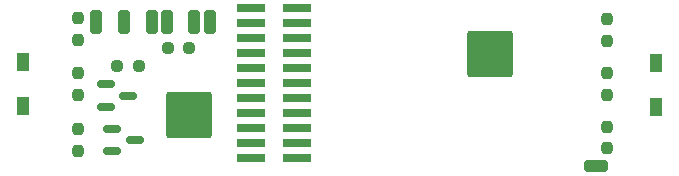
<source format=gbr>
%TF.GenerationSoftware,KiCad,Pcbnew,7.0.1*%
%TF.CreationDate,2023-06-14T02:20:09+09:00*%
%TF.ProjectId,dcc-adapter-board-kato-1.310-21mtc,6463632d-6164-4617-9074-65722d626f61,rev?*%
%TF.SameCoordinates,Original*%
%TF.FileFunction,Soldermask,Top*%
%TF.FilePolarity,Negative*%
%FSLAX46Y46*%
G04 Gerber Fmt 4.6, Leading zero omitted, Abs format (unit mm)*
G04 Created by KiCad (PCBNEW 7.0.1) date 2023-06-14 02:20:09*
%MOMM*%
%LPD*%
G01*
G04 APERTURE LIST*
G04 Aperture macros list*
%AMRoundRect*
0 Rectangle with rounded corners*
0 $1 Rounding radius*
0 $2 $3 $4 $5 $6 $7 $8 $9 X,Y pos of 4 corners*
0 Add a 4 corners polygon primitive as box body*
4,1,4,$2,$3,$4,$5,$6,$7,$8,$9,$2,$3,0*
0 Add four circle primitives for the rounded corners*
1,1,$1+$1,$2,$3*
1,1,$1+$1,$4,$5*
1,1,$1+$1,$6,$7*
1,1,$1+$1,$8,$9*
0 Add four rect primitives between the rounded corners*
20,1,$1+$1,$2,$3,$4,$5,0*
20,1,$1+$1,$4,$5,$6,$7,0*
20,1,$1+$1,$6,$7,$8,$9,0*
20,1,$1+$1,$8,$9,$2,$3,0*%
G04 Aperture macros list end*
%ADD10R,2.400000X0.740000*%
%ADD11RoundRect,0.237500X0.237500X-0.250000X0.237500X0.250000X-0.237500X0.250000X-0.237500X-0.250000X0*%
%ADD12RoundRect,0.250000X-0.250000X-0.750000X0.250000X-0.750000X0.250000X0.750000X-0.250000X0.750000X0*%
%ADD13RoundRect,0.250002X-1.699998X-1.699998X1.699998X-1.699998X1.699998X1.699998X-1.699998X1.699998X0*%
%ADD14RoundRect,0.203704X-0.346296X0.596296X-0.346296X-0.596296X0.346296X-0.596296X0.346296X0.596296X0*%
%ADD15RoundRect,0.237500X0.250000X0.237500X-0.250000X0.237500X-0.250000X-0.237500X0.250000X-0.237500X0*%
%ADD16RoundRect,0.250000X0.750000X-0.250000X0.750000X0.250000X-0.750000X0.250000X-0.750000X-0.250000X0*%
%ADD17RoundRect,0.203704X0.346296X-0.596296X0.346296X0.596296X-0.346296X0.596296X-0.346296X-0.596296X0*%
%ADD18RoundRect,0.150000X-0.587500X-0.150000X0.587500X-0.150000X0.587500X0.150000X-0.587500X0.150000X0*%
G04 APERTURE END LIST*
D10*
%TO.C,21MTC1*%
X85762000Y-26924000D03*
X85762000Y-28194000D03*
X85762000Y-29464000D03*
X85762000Y-30734000D03*
X85762000Y-32004000D03*
X85762000Y-33274000D03*
X85762000Y-34544000D03*
X85762000Y-35814000D03*
X85762000Y-37084000D03*
X85762000Y-38354000D03*
X85762000Y-39624000D03*
X89662000Y-39624000D03*
X89662000Y-38354000D03*
X89662000Y-37084000D03*
X89662000Y-35814000D03*
X89662000Y-34544000D03*
X89662000Y-33274000D03*
X89662000Y-32004000D03*
X89662000Y-30734000D03*
X89662000Y-29464000D03*
X89662000Y-28194000D03*
X89662000Y-26924000D03*
%TD*%
D11*
%TO.C,R_{Front_Right}1*%
X115900000Y-38800000D03*
X115900000Y-36975000D03*
%TD*%
D12*
%TO.C,Speaker_{2}1*%
X82250000Y-28100000D03*
%TD*%
D13*
%TO.C,Rail_{Right}1*%
X80500000Y-36000000D03*
%TD*%
D11*
%TO.C,R_{Rear}1*%
X71100000Y-34300000D03*
X71100000Y-32475000D03*
%TD*%
D14*
%TO.C,LED_{Front}1*%
X120070000Y-35300000D03*
X120070000Y-31600000D03*
%TD*%
D15*
%TO.C,R1*%
X76262500Y-31875000D03*
X74437500Y-31875000D03*
%TD*%
D12*
%TO.C,Speaker_{1}1*%
X80975000Y-28100000D03*
%TD*%
D16*
%TO.C,VCC1*%
X115000000Y-40300000D03*
%TD*%
D13*
%TO.C,Rail_{Left}1*%
X106000000Y-30800000D03*
%TD*%
D12*
%TO.C,Motor_{2}1*%
X78650000Y-28100000D03*
%TD*%
%TO.C,GND1*%
X72625000Y-28100000D03*
%TD*%
D11*
%TO.C,R_{Front}1*%
X115900000Y-34300000D03*
X115900000Y-32475000D03*
%TD*%
D12*
%TO.C,Motor_{1}1*%
X77350000Y-28100000D03*
%TD*%
D11*
%TO.C,R_{Rear_Left}1*%
X71100000Y-29612500D03*
X71100000Y-27787500D03*
%TD*%
D17*
%TO.C,LED_{Rear}1*%
X66430000Y-31500000D03*
X66430000Y-35200000D03*
%TD*%
D18*
%TO.C,Q2*%
X74025000Y-37150000D03*
X74025000Y-39050000D03*
X75900000Y-38100000D03*
%TD*%
D15*
%TO.C,R2*%
X80537500Y-30325000D03*
X78712500Y-30325000D03*
%TD*%
D11*
%TO.C,R_{Front_Left}1*%
X115900000Y-29700000D03*
X115900000Y-27875000D03*
%TD*%
%TO.C,R_{Rear_Right}1*%
X71100000Y-39012500D03*
X71100000Y-37187500D03*
%TD*%
D12*
%TO.C,+12V1*%
X75025000Y-28100000D03*
%TD*%
D18*
%TO.C,Q1*%
X73462500Y-33400000D03*
X73462500Y-35300000D03*
X75337500Y-34350000D03*
%TD*%
M02*

</source>
